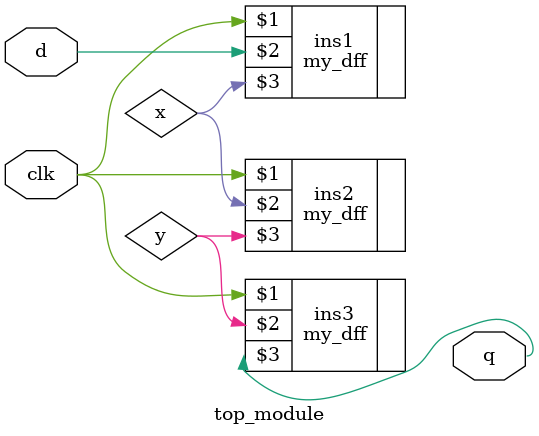
<source format=v>
module top_module ( input clk, input d, output q );
wire x,y;
    my_dff ins1(clk,d,x);
    my_dff ins2(clk,x,y);
    my_dff ins3(clk,y,q);
endmodule

</source>
